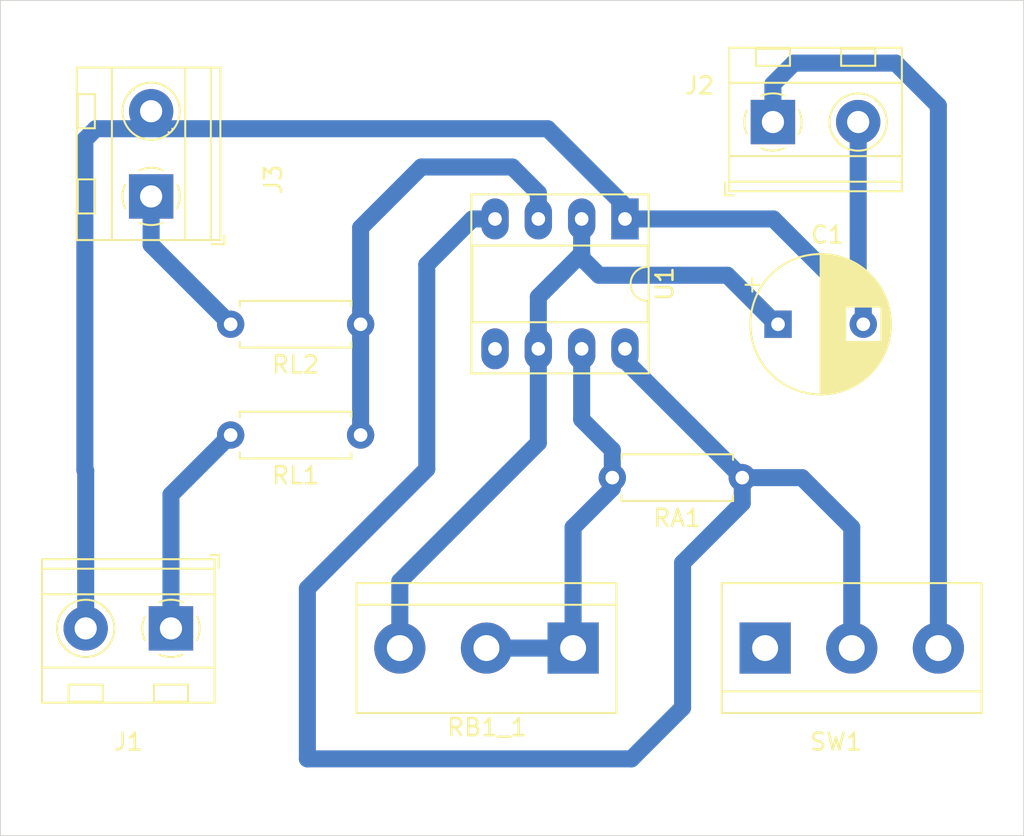
<source format=kicad_pcb>
(kicad_pcb (version 20240108) (generator "pcbnew") (generator_version "8.0")
  (layers (0 "F.Cu" signal) (31 "B.Cu" signal) (34 "B.Paste" user) (35 "F.Paste" user) (36 "B.SilkS" user "B.Silkscreen") (37 "F.SilkS" user "F.Silkscreen") (38 "B.Mask" user) (39 "F.Mask" user) (44 "Edge.Cuts" user))
  (net 0 "")
  (net 1 "GND")
  (net 2 "PATTE6")
  (net 3 "Net-(J1-Pin_1)")
  (net 4 "Net-(J2-Pin_1)")
  (net 5 "Net-(J3-Pin_1)")
  (net 6 "VCC")
  (net 7 "Net-(U1-DIS)")
  (net 8 "Net-(U1-Q)")
  (footprint "Resistor_THT:R_Axial_DIN0207_L6.3mm_D2.5mm_P7.62mm_Horizontal" (layer "F.Cu") (at 71.62 42.5 180)
    (property "Reference" "RL2" (at 3.81 -2.37 0) (layer "F.SilkS"))
    (property "Value" "100")
    (fp_line (start 7.08 1.37) (end 7.08 1.04) (stroke (width 0.12)) (layer "F.SilkS"))
    (fp_line (start 7.08 -1.37) (end 7.08 -1.04) (stroke (width 0.12)) (layer "F.SilkS"))
    (fp_line (start 0.54 1.37) (end 7.08 1.37) (stroke (width 0.12)) (layer "F.SilkS"))
    (fp_line (start 0.54 1.04) (end 0.54 1.37) (stroke (width 0.12)) (layer "F.SilkS"))
    (fp_line (start 0.54 -1.04) (end 0.54 -1.37) (stroke (width 0.12)) (layer "F.SilkS"))
    (fp_line (start 0.54 -1.37) (end 7.08 -1.37) (stroke (width 0.12)) (layer "F.SilkS"))
    (pad "1" thru_hole circle (at 0 0 180) (size 1.6 1.6) (drill 0.8) (layers "*.Cu" "*.Mask" "In1.Cu" "In2.Cu" "In3.Cu" "In4.Cu" "In5.Cu" "In6.Cu" "In7.Cu" "In8.Cu" "In9.Cu" "In10.Cu" "In11.Cu" "In12.Cu" "In13.Cu" "In14.Cu" "In15.Cu" "In16.Cu" "In17.Cu" "In18.Cu" "In19.Cu" "In20.Cu" "In21.Cu" "In22.Cu" "In23.Cu" "In24.Cu" "In25.Cu" "In26.Cu" "In27.Cu" "In28.Cu" "In29.Cu" "In30.Cu") (net 8 "Net-(U1-Q)"))
    (pad "2" thru_hole oval (at 7.62 0 180) (size 1.6 1.6) (drill 0.8) (layers "*.Cu" "*.Mask" "In1.Cu" "In2.Cu" "In3.Cu" "In4.Cu" "In5.Cu" "In6.Cu" "In7.Cu" "In8.Cu" "In9.Cu" "In10.Cu" "In11.Cu" "In12.Cu" "In13.Cu" "In14.Cu" "In15.Cu" "In16.Cu" "In17.Cu" "In18.Cu" "In19.Cu" "In20.Cu" "In21.Cu" "In22.Cu" "In23.Cu" "In24.Cu" "In25.Cu" "In26.Cu" "In27.Cu" "In28.Cu" "In29.Cu" "In30.Cu") (net 5 "Net-(J3-Pin_1)"))
  )
  (footprint "TerminalBlock:TerminalBlock_bornier-3_P5.08mm" (layer "F.Cu") (at 84.08 61.5 180)
    (property "Reference" "RB1_1" (at 5.05 -4.65 0) (layer "F.SilkS"))
    (property "Value" "10k")
    (fp_line (start 12.7 3.81) (end 12.7 -3.81) (stroke (width 0.12)) (layer "F.SilkS"))
    (fp_line (start -2.54 3.81) (end 12.7 3.81) (stroke (width 0.12)) (layer "F.SilkS"))
    (fp_line (start -2.54 3.81) (end -2.54 -3.81) (stroke (width 0.12)) (layer "F.SilkS"))
    (fp_line (start -2.54 2.54) (end 12.7 2.54) (stroke (width 0.12)) (layer "F.SilkS"))
    (fp_line (start -2.54 -3.81) (end 12.7 -3.81) (stroke (width 0.12)) (layer "F.SilkS"))
    (pad "1" thru_hole rect (at 0 0 180) (size 3 3) (drill 1.52) (layers "*.Cu" "*.Mask" "In1.Cu" "In2.Cu" "In3.Cu" "In4.Cu" "In5.Cu" "In6.Cu" "In7.Cu" "In8.Cu" "In9.Cu" "In10.Cu" "In11.Cu" "In12.Cu" "In13.Cu" "In14.Cu" "In15.Cu" "In16.Cu" "In17.Cu" "In18.Cu" "In19.Cu" "In20.Cu" "In21.Cu" "In22.Cu" "In23.Cu" "In24.Cu" "In25.Cu" "In26.Cu" "In27.Cu" "In28.Cu" "In29.Cu" "In30.Cu") (net 7 "Net-(U1-DIS)"))
    (pad "2" thru_hole circle (at 5.08 0 180) (size 3 3) (drill 1.52) (layers "*.Cu" "*.Mask" "In1.Cu" "In2.Cu" "In3.Cu" "In4.Cu" "In5.Cu" "In6.Cu" "In7.Cu" "In8.Cu" "In9.Cu" "In10.Cu" "In11.Cu" "In12.Cu" "In13.Cu" "In14.Cu" "In15.Cu" "In16.Cu" "In17.Cu" "In18.Cu" "In19.Cu" "In20.Cu" "In21.Cu" "In22.Cu" "In23.Cu" "In24.Cu" "In25.Cu" "In26.Cu" "In27.Cu" "In28.Cu" "In29.Cu" "In30.Cu") (net 7 "Net-(U1-DIS)"))
    (pad "3" thru_hole circle (at 10.16 0 180) (size 3 3) (drill 1.52) (layers "*.Cu" "*.Mask" "In1.Cu" "In2.Cu" "In3.Cu" "In4.Cu" "In5.Cu" "In6.Cu" "In7.Cu" "In8.Cu" "In9.Cu" "In10.Cu" "In11.Cu" "In12.Cu" "In13.Cu" "In14.Cu" "In15.Cu" "In16.Cu" "In17.Cu" "In18.Cu" "In19.Cu" "In20.Cu" "In21.Cu" "In22.Cu" "In23.Cu" "In24.Cu" "In25.Cu" "In26.Cu" "In27.Cu" "In28.Cu" "In29.Cu" "In30.Cu") (net 2 "PATTE6"))
  )
  (footprint "TerminalBlock_MetzConnect:TerminalBlock_MetzConnect_Type094_RT03502HBLU_1x02_P5.00mm_Horizontal" (layer "F.Cu") (at 95.798 30.635)
    (property "Reference" "J2" (at -4.298 -2.135 0) (layer "F.SilkS"))
    (property "Value" "SOURCE")
    (fp_line (start -2.8 3.56) (end -2.8 4.3) (stroke (width 0.12)) (layer "F.SilkS"))
    (fp_line (start -2.8 4.3) (end -2.3 4.3) (stroke (width 0.12)) (layer "F.SilkS"))
    (fp_line (start -2.56 -4.36) (end -2.56 4.06) (stroke (width 0.12)) (layer "F.SilkS"))
    (fp_line (start -2.56 -4.36) (end 7.56 -4.36) (stroke (width 0.12)) (layer "F.SilkS"))
    (fp_line (start -2.56 -2.301) (end 7.56 -2.301) (stroke (width 0.12)) (layer "F.SilkS"))
    (fp_line (start -2.56 2) (end 7.56 2) (stroke (width 0.12)) (layer "F.SilkS"))
    (fp_line (start -2.56 3.5) (end 7.56 3.5) (stroke (width 0.12)) (layer "F.SilkS"))
    (fp_line (start -2.56 4.06) (end 7.56 4.06) (stroke (width 0.12)) (layer "F.SilkS"))
    (fp_line (start -1 -4.3) (end -1 -3.3) (stroke (width 0.12)) (layer "F.SilkS"))
    (fp_line (start -1 -4.3) (end 1 -4.3) (stroke (width 0.12)) (layer "F.SilkS"))
    (fp_line (start -1 -3.3) (end 1 -3.3) (stroke (width 0.12)) (layer "F.SilkS"))
    (fp_line (start 1 -4.3) (end 1 -3.3) (stroke (width 0.12)) (layer "F.SilkS"))
    (fp_line (start 3.773 1.023) (end 3.726 1.069) (stroke (width 0.12)) (layer "F.SilkS"))
    (fp_line (start 3.966 1.239) (end 3.931 1.274) (stroke (width 0.12)) (layer "F.SilkS"))
    (fp_line (start 4 -4.3) (end 4 -3.3) (stroke (width 0.12)) (layer "F.SilkS"))
    (fp_line (start 4 -4.3) (end 6 -4.3) (stroke (width 0.12)) (layer "F.SilkS"))
    (fp_line (start 4 -3.3) (end 6 -3.3) (stroke (width 0.12)) (layer "F.SilkS"))
    (fp_line (start 6 -4.3) (end 6 -3.3) (stroke (width 0.12)) (layer "F.SilkS"))
    (fp_line (start 6.07 -1.275) (end 6.035 -1.239) (stroke (width 0.12)) (layer "F.SilkS"))
    (fp_line (start 6.275 -1.069) (end 6.228 -1.023) (stroke (width 0.12)) (layer "F.SilkS"))
    (fp_line (start 7.56 -4.36) (end 7.56 4.06) (stroke (width 0.12)) (layer "F.SilkS"))
    (fp_arc (start -1.535427 0.683042) (mid -1.680501 -0.000524) (end -1.535 -0.684) (stroke (width 0.12)) (layer "F.SilkS"))
    (fp_arc (start -0.683042 -1.535427) (mid 0.000524 -1.680501) (end 0.684 -1.535) (stroke (width 0.12)) (layer "F.SilkS"))
    (fp_arc (start 0.028805 1.680253) (mid -0.335551 1.646659) (end -0.684 1.535) (stroke (width 0.12)) (layer "F.SilkS"))
    (fp_arc (start 0.683318 1.534756) (mid 0.349292 1.643288) (end 0 1.68) (stroke (width 0.12)) (layer "F.SilkS"))
    (fp_arc (start 1.535427 -0.683042) (mid 1.680501 0.000524) (end 1.535 0.684) (stroke (width 0.12)) (layer "F.SilkS"))
    (fp_circle (center 5 0) (end 6.68 0) (stroke (width 0.12)) (fill none) (layer "F.SilkS"))
    (pad "1" thru_hole rect (at 0 0) (size 2.6 2.6) (drill 1.3) (layers "*.Cu" "*.Mask" "In1.Cu" "In2.Cu" "In3.Cu" "In4.Cu" "In5.Cu" "In6.Cu" "In7.Cu" "In8.Cu" "In9.Cu" "In10.Cu" "In11.Cu" "In12.Cu" "In13.Cu" "In14.Cu" "In15.Cu" "In16.Cu" "In17.Cu" "In18.Cu" "In19.Cu" "In20.Cu" "In21.Cu" "In22.Cu" "In23.Cu" "In24.Cu" "In25.Cu" "In26.Cu" "In27.Cu" "In28.Cu" "In29.Cu" "In30.Cu") (net 4 "Net-(J2-Pin_1)"))
    (pad "2" thru_hole circle (at 5 0) (size 2.6 2.6) (drill 1.3) (layers "*.Cu" "*.Mask" "In1.Cu" "In2.Cu" "In3.Cu" "In4.Cu" "In5.Cu" "In6.Cu" "In7.Cu" "In8.Cu" "In9.Cu" "In10.Cu" "In11.Cu" "In12.Cu" "In13.Cu" "In14.Cu" "In15.Cu" "In16.Cu" "In17.Cu" "In18.Cu" "In19.Cu" "In20.Cu" "In21.Cu" "In22.Cu" "In23.Cu" "In24.Cu" "In25.Cu" "In26.Cu" "In27.Cu" "In28.Cu" "In29.Cu" "In30.Cu") (net 1 "GND"))
  )
  (footprint "TerminalBlock_MetzConnect:TerminalBlock_MetzConnect_Type094_RT03502HBLU_1x02_P5.00mm_Horizontal" (layer "F.Cu") (at 59.337 35 90)
    (property "Reference" "J3" (at 1 7.163 90) (layer "F.SilkS"))
    (property "Value" "OUT_LED1")
    (fp_line (start 7.56 -4.36) (end 7.56 4.06) (stroke (width 0.12)) (layer "F.SilkS"))
    (fp_line (start -2.56 -4.36) (end 7.56 -4.36) (stroke (width 0.12)) (layer "F.SilkS"))
    (fp_line (start -2.56 -4.36) (end -2.56 4.06) (stroke (width 0.12)) (layer "F.SilkS"))
    (fp_line (start 6 -4.3) (end 6 -3.3) (stroke (width 0.12)) (layer "F.SilkS"))
    (fp_line (start 4 -4.3) (end 6 -4.3) (stroke (width 0.12)) (layer "F.SilkS"))
    (fp_line (start 4 -4.3) (end 4 -3.3) (stroke (width 0.12)) (layer "F.SilkS"))
    (fp_line (start 1 -4.3) (end 1 -3.3) (stroke (width 0.12)) (layer "F.SilkS"))
    (fp_line (start -1 -4.3) (end 1 -4.3) (stroke (width 0.12)) (layer "F.SilkS"))
    (fp_line (start -1 -4.3) (end -1 -3.3) (stroke (width 0.12)) (layer "F.SilkS"))
    (fp_line (start 4 -3.3) (end 6 -3.3) (stroke (width 0.12)) (layer "F.SilkS"))
    (fp_line (start -1 -3.3) (end 1 -3.3) (stroke (width 0.12)) (layer "F.SilkS"))
    (fp_line (start -2.56 -2.301) (end 7.56 -2.301) (stroke (width 0.12)) (layer "F.SilkS"))
    (fp_line (start 6.07 -1.275) (end 6.035 -1.239) (stroke (width 0.12)) (layer "F.SilkS"))
    (fp_line (start 6.275 -1.069) (end 6.228 -1.023) (stroke (width 0.12)) (layer "F.SilkS"))
    (fp_line (start 3.773 1.023) (end 3.726 1.069) (stroke (width 0.12)) (layer "F.SilkS"))
    (fp_line (start 3.966 1.239) (end 3.931 1.274) (stroke (width 0.12)) (layer "F.SilkS"))
    (fp_line (start -2.56 2) (end 7.56 2) (stroke (width 0.12)) (layer "F.SilkS"))
    (fp_line (start -2.56 3.5) (end 7.56 3.5) (stroke (width 0.12)) (layer "F.SilkS"))
    (fp_line (start -2.8 3.56) (end -2.8 4.3) (stroke (width 0.12)) (layer "F.SilkS"))
    (fp_line (start -2.56 4.06) (end 7.56 4.06) (stroke (width 0.12)) (layer "F.SilkS"))
    (fp_line (start -2.8 4.3) (end -2.3 4.3) (stroke (width 0.12)) (layer "F.SilkS"))
    (fp_arc (start -0.683042 -1.535427) (mid 0.000524 -1.680501) (end 0.684 -1.535) (stroke (width 0.12)) (layer "F.SilkS"))
    (fp_arc (start 1.535427 -0.683042) (mid 1.680501 0.000524) (end 1.535 0.684) (stroke (width 0.12)) (layer "F.SilkS"))
    (fp_arc (start -1.535427 0.683042) (mid -1.680501 -0.000524) (end -1.535 -0.684) (stroke (width 0.12)) (layer "F.SilkS"))
    (fp_arc (start 0.683318 1.534756) (mid 0.349292 1.643288) (end 0 1.68) (stroke (width 0.12)) (layer "F.SilkS"))
    (fp_arc (start 0.028805 1.680253) (mid -0.335551 1.646659) (end -0.684 1.535) (stroke (width 0.12)) (layer "F.SilkS"))
    (fp_circle (center 5 0) (end 6.68 0) (stroke (width 0.12)) (fill none) (layer "F.SilkS"))
    (pad "1" thru_hole rect (at 0 0 90) (size 2.6 2.6) (drill 1.3) (layers "*.Cu" "*.Mask" "In1.Cu" "In2.Cu" "In3.Cu" "In4.Cu" "In5.Cu" "In6.Cu" "In7.Cu" "In8.Cu" "In9.Cu" "In10.Cu" "In11.Cu" "In12.Cu" "In13.Cu" "In14.Cu" "In15.Cu" "In16.Cu" "In17.Cu" "In18.Cu" "In19.Cu" "In20.Cu" "In21.Cu" "In22.Cu" "In23.Cu" "In24.Cu" "In25.Cu" "In26.Cu" "In27.Cu" "In28.Cu" "In29.Cu" "In30.Cu") (net 5 "Net-(J3-Pin_1)"))
    (pad "2" thru_hole circle (at 5 0 90) (size 2.6 2.6) (drill 1.3) (layers "*.Cu" "*.Mask" "In1.Cu" "In2.Cu" "In3.Cu" "In4.Cu" "In5.Cu" "In6.Cu" "In7.Cu" "In8.Cu" "In9.Cu" "In10.Cu" "In11.Cu" "In12.Cu" "In13.Cu" "In14.Cu" "In15.Cu" "In16.Cu" "In17.Cu" "In18.Cu" "In19.Cu" "In20.Cu" "In21.Cu" "In22.Cu" "In23.Cu" "In24.Cu" "In25.Cu" "In26.Cu" "In27.Cu" "In28.Cu" "In29.Cu" "In30.Cu") (net 1 "GND"))
  )
  (footprint "Resistor_THT:R_Axial_DIN0207_L6.3mm_D2.5mm_P7.62mm_Horizontal" (layer "F.Cu") (at 94 51.5 180)
    (property "Reference" "RA1" (at 3.81 -2.37 0) (layer "F.SilkS"))
    (property "Value" "10k" (hide yes))
    (fp_line (start 7.08 1.37) (end 7.08 1.04) (stroke (width 0.12)) (layer "F.SilkS"))
    (fp_line (start 7.08 -1.37) (end 7.08 -1.04) (stroke (width 0.12)) (layer "F.SilkS"))
    (fp_line (start 0.54 1.37) (end 7.08 1.37) (stroke (width 0.12)) (layer "F.SilkS"))
    (fp_line (start 0.54 1.04) (end 0.54 1.37) (stroke (width 0.12)) (layer "F.SilkS"))
    (fp_line (start 0.54 -1.04) (end 0.54 -1.37) (stroke (width 0.12)) (layer "F.SilkS"))
    (fp_line (start 0.54 -1.37) (end 7.08 -1.37) (stroke (width 0.12)) (layer "F.SilkS"))
    (pad "1" thru_hole circle (at 0 0 180) (size 1.6 1.6) (drill 0.8) (layers "*.Cu" "*.Mask" "In1.Cu" "In2.Cu" "In3.Cu" "In4.Cu" "In5.Cu" "In6.Cu" "In7.Cu" "In8.Cu" "In9.Cu" "In10.Cu" "In11.Cu" "In12.Cu" "In13.Cu" "In14.Cu" "In15.Cu" "In16.Cu" "In17.Cu" "In18.Cu" "In19.Cu" "In20.Cu" "In21.Cu" "In22.Cu" "In23.Cu" "In24.Cu" "In25.Cu" "In26.Cu" "In27.Cu" "In28.Cu" "In29.Cu" "In30.Cu") (net 6 "VCC"))
    (pad "2" thru_hole oval (at 7.62 0 180) (size 1.6 1.6) (drill 0.8) (layers "*.Cu" "*.Mask" "In1.Cu" "In2.Cu" "In3.Cu" "In4.Cu" "In5.Cu" "In6.Cu" "In7.Cu" "In8.Cu" "In9.Cu" "In10.Cu" "In11.Cu" "In12.Cu" "In13.Cu" "In14.Cu" "In15.Cu" "In16.Cu" "In17.Cu" "In18.Cu" "In19.Cu" "In20.Cu" "In21.Cu" "In22.Cu" "In23.Cu" "In24.Cu" "In25.Cu" "In26.Cu" "In27.Cu" "In28.Cu" "In29.Cu" "In30.Cu") (net 7 "Net-(U1-DIS)"))
  )
  (footprint "Resistor_THT:R_Axial_DIN0207_L6.3mm_D2.5mm_P7.62mm_Horizontal" (layer "F.Cu") (at 71.62 49 180)
    (property "Reference" "RL1" (at 3.81 -2.37 0) (layer "F.SilkS"))
    (property "Value" "100")
    (fp_line (start 7.08 1.37) (end 7.08 1.04) (stroke (width 0.12)) (layer "F.SilkS"))
    (fp_line (start 7.08 -1.37) (end 7.08 -1.04) (stroke (width 0.12)) (layer "F.SilkS"))
    (fp_line (start 0.54 1.37) (end 7.08 1.37) (stroke (width 0.12)) (layer "F.SilkS"))
    (fp_line (start 0.54 1.04) (end 0.54 1.37) (stroke (width 0.12)) (layer "F.SilkS"))
    (fp_line (start 0.54 -1.04) (end 0.54 -1.37) (stroke (width 0.12)) (layer "F.SilkS"))
    (fp_line (start 0.54 -1.37) (end 7.08 -1.37) (stroke (width 0.12)) (layer "F.SilkS"))
    (pad "1" thru_hole circle (at 0 0 180) (size 1.6 1.6) (drill 0.8) (layers "*.Cu" "*.Mask" "In1.Cu" "In2.Cu" "In3.Cu" "In4.Cu" "In5.Cu" "In6.Cu" "In7.Cu" "In8.Cu" "In9.Cu" "In10.Cu" "In11.Cu" "In12.Cu" "In13.Cu" "In14.Cu" "In15.Cu" "In16.Cu" "In17.Cu" "In18.Cu" "In19.Cu" "In20.Cu" "In21.Cu" "In22.Cu" "In23.Cu" "In24.Cu" "In25.Cu" "In26.Cu" "In27.Cu" "In28.Cu" "In29.Cu" "In30.Cu") (net 8 "Net-(U1-Q)"))
    (pad "2" thru_hole oval (at 7.62 0 180) (size 1.6 1.6) (drill 0.8) (layers "*.Cu" "*.Mask" "In1.Cu" "In2.Cu" "In3.Cu" "In4.Cu" "In5.Cu" "In6.Cu" "In7.Cu" "In8.Cu" "In9.Cu" "In10.Cu" "In11.Cu" "In12.Cu" "In13.Cu" "In14.Cu" "In15.Cu" "In16.Cu" "In17.Cu" "In18.Cu" "In19.Cu" "In20.Cu" "In21.Cu" "In22.Cu" "In23.Cu" "In24.Cu" "In25.Cu" "In26.Cu" "In27.Cu" "In28.Cu" "In29.Cu" "In30.Cu") (net 3 "Net-(J1-Pin_1)"))
  )
  (footprint "TerminalBlock_MetzConnect:TerminalBlock_MetzConnect_Type094_RT03502HBLU_1x02_P5.00mm_Horizontal" (layer "F.Cu") (at 60.5 60.345 180)
    (property "Reference" "J1" (at 2.5 -6.655 0) (layer "F.SilkS"))
    (property "Value" "OUT_LED2")
    (fp_line (start 7.56 -4.36) (end 7.56 4.06) (stroke (width 0.12)) (layer "F.SilkS"))
    (fp_line (start 6.275 -1.069) (end 6.228 -1.023) (stroke (width 0.12)) (layer "F.SilkS"))
    (fp_line (start 6.07 -1.275) (end 6.035 -1.239) (stroke (width 0.12)) (layer "F.SilkS"))
    (fp_line (start 6 -4.3) (end 6 -3.3) (stroke (width 0.12)) (layer "F.SilkS"))
    (fp_line (start 4 -3.3) (end 6 -3.3) (stroke (width 0.12)) (layer "F.SilkS"))
    (fp_line (start 4 -4.3) (end 6 -4.3) (stroke (width 0.12)) (layer "F.SilkS"))
    (fp_line (start 4 -4.3) (end 4 -3.3) (stroke (width 0.12)) (layer "F.SilkS"))
    (fp_line (start 3.966 1.239) (end 3.931 1.274) (stroke (width 0.12)) (layer "F.SilkS"))
    (fp_line (start 3.773 1.023) (end 3.726 1.069) (stroke (width 0.12)) (layer "F.SilkS"))
    (fp_line (start 1 -4.3) (end 1 -3.3) (stroke (width 0.12)) (layer "F.SilkS"))
    (fp_line (start -1 -3.3) (end 1 -3.3) (stroke (width 0.12)) (layer "F.SilkS"))
    (fp_line (start -1 -4.3) (end 1 -4.3) (stroke (width 0.12)) (layer "F.SilkS"))
    (fp_line (start -1 -4.3) (end -1 -3.3) (stroke (width 0.12)) (layer "F.SilkS"))
    (fp_line (start -2.56 4.06) (end 7.56 4.06) (stroke (width 0.12)) (layer "F.SilkS"))
    (fp_line (start -2.56 3.5) (end 7.56 3.5) (stroke (width 0.12)) (layer "F.SilkS"))
    (fp_line (start -2.56 2) (end 7.56 2) (stroke (width 0.12)) (layer "F.SilkS"))
    (fp_line (start -2.56 -2.301) (end 7.56 -2.301) (stroke (width 0.12)) (layer "F.SilkS"))
    (fp_line (start -2.56 -4.36) (end 7.56 -4.36) (stroke (width 0.12)) (layer "F.SilkS"))
    (fp_line (start -2.56 -4.36) (end -2.56 4.06) (stroke (width 0.12)) (layer "F.SilkS"))
    (fp_line (start -2.8 4.3) (end -2.3 4.3) (stroke (width 0.12)) (layer "F.SilkS"))
    (fp_line (start -2.8 3.56) (end -2.8 4.3) (stroke (width 0.12)) (layer "F.SilkS"))
    (fp_arc (start 1.535427 -0.683042) (mid 1.680501 0.000524) (end 1.535 0.684) (stroke (width 0.12)) (layer "F.SilkS"))
    (fp_arc (start 0.683318 1.534756) (mid 0.349292 1.643288) (end 0 1.68) (stroke (width 0.12)) (layer "F.SilkS"))
    (fp_arc (start 0.028805 1.680253) (mid -0.335551 1.646659) (end -0.684 1.535) (stroke (width 0.12)) (layer "F.SilkS"))
    (fp_arc (start -0.683042 -1.535427) (mid 0.000524 -1.680501) (end 0.684 -1.535) (stroke (width 0.12)) (layer "F.SilkS"))
    (fp_arc (start -1.535427 0.683042) (mid -1.680501 -0.000524) (end -1.535 -0.684) (stroke (width 0.12)) (layer "F.SilkS"))
    (fp_circle (center 5 0) (end 6.68 0) (stroke (width 0.12)) (fill none) (layer "F.SilkS"))
    (pad "1" thru_hole rect (at 0 0 180) (size 2.6 2.6) (drill 1.3) (layers "*.Cu" "*.Mask" "In1.Cu" "In2.Cu" "In3.Cu" "In4.Cu" "In5.Cu" "In6.Cu" "In7.Cu" "In8.Cu" "In9.Cu" "In10.Cu" "In11.Cu" "In12.Cu" "In13.Cu" "In14.Cu" "In15.Cu" "In16.Cu" "In17.Cu" "In18.Cu" "In19.Cu" "In20.Cu" "In21.Cu" "In22.Cu" "In23.Cu" "In24.Cu" "In25.Cu" "In26.Cu" "In27.Cu" "In28.Cu" "In29.Cu" "In30.Cu") (net 3 "Net-(J1-Pin_1)"))
    (pad "2" thru_hole circle (at 5 0 180) (size 2.6 2.6) (drill 1.3) (layers "*.Cu" "*.Mask" "In1.Cu" "In2.Cu" "In3.Cu" "In4.Cu" "In5.Cu" "In6.Cu" "In7.Cu" "In8.Cu" "In9.Cu" "In10.Cu" "In11.Cu" "In12.Cu" "In13.Cu" "In14.Cu" "In15.Cu" "In16.Cu" "In17.Cu" "In18.Cu" "In19.Cu" "In20.Cu" "In21.Cu" "In22.Cu" "In23.Cu" "In24.Cu" "In25.Cu" "In26.Cu" "In27.Cu" "In28.Cu" "In29.Cu" "In30.Cu") (net 1 "GND"))
  )
  (footprint "Package_DIP:DIP-8_W7.62mm_Socket_LongPads" (layer "F.Cu") (at 87.122 36.322 -90)
    (property "Reference" "U1" (at 3.81 -2.33 90) (layer "F.SilkS"))
    (property "Value" "LM555xM")
    (fp_line (start -1.44 9.01) (end 9.06 9.01) (stroke (width 0.12)) (layer "F.SilkS"))
    (fp_line (start 9.06 9.01) (end 9.06 -1.39) (stroke (width 0.12)) (layer "F.SilkS"))
    (fp_line (start 1.56 8.95) (end 6.06 8.95) (stroke (width 0.12)) (layer "F.SilkS"))
    (fp_line (start 6.06 8.95) (end 6.06 -1.33) (stroke (width 0.12)) (layer "F.SilkS"))
    (fp_line (start 1.56 -1.33) (end 1.56 8.95) (stroke (width 0.12)) (layer "F.SilkS"))
    (fp_line (start 2.81 -1.33) (end 1.56 -1.33) (stroke (width 0.12)) (layer "F.SilkS"))
    (fp_line (start 6.06 -1.33) (end 4.81 -1.33) (stroke (width 0.12)) (layer "F.SilkS"))
    (fp_line (start -1.44 -1.39) (end -1.44 9.01) (stroke (width 0.12)) (layer "F.SilkS"))
    (fp_line (start 9.06 -1.39) (end -1.44 -1.39) (stroke (width 0.12)) (layer "F.SilkS"))
    (fp_arc (start 4.81 -1.33) (mid 3.81 -0.33) (end 2.81 -1.33) (stroke (width 0.12)) (layer "F.SilkS"))
    (pad "1" thru_hole rect (at 0 0 270) (size 2.4 1.6) (drill 0.8) (layers "*.Cu" "*.Mask" "In1.Cu" "In2.Cu" "In3.Cu" "In4.Cu" "In5.Cu" "In6.Cu" "In7.Cu" "In8.Cu" "In9.Cu" "In10.Cu" "In11.Cu" "In12.Cu" "In13.Cu" "In14.Cu" "In15.Cu" "In16.Cu" "In17.Cu" "In18.Cu" "In19.Cu" "In20.Cu" "In21.Cu" "In22.Cu" "In23.Cu" "In24.Cu" "In25.Cu" "In26.Cu" "In27.Cu" "In28.Cu" "In29.Cu" "In30.Cu") (net 1 "GND"))
    (pad "2" thru_hole oval (at 0 2.54 270) (size 2.4 1.6) (drill 0.8) (layers "*.Cu" "*.Mask" "In1.Cu" "In2.Cu" "In3.Cu" "In4.Cu" "In5.Cu" "In6.Cu" "In7.Cu" "In8.Cu" "In9.Cu" "In10.Cu" "In11.Cu" "In12.Cu" "In13.Cu" "In14.Cu" "In15.Cu" "In16.Cu" "In17.Cu" "In18.Cu" "In19.Cu" "In20.Cu" "In21.Cu" "In22.Cu" "In23.Cu" "In24.Cu" "In25.Cu" "In26.Cu" "In27.Cu" "In28.Cu" "In29.Cu" "In30.Cu") (net 2 "PATTE6"))
    (pad "3" thru_hole oval (at 0 5.08 270) (size 2.4 1.6) (drill 0.8) (layers "*.Cu" "*.Mask" "In1.Cu" "In2.Cu" "In3.Cu" "In4.Cu" "In5.Cu" "In6.Cu" "In7.Cu" "In8.Cu" "In9.Cu" "In10.Cu" "In11.Cu" "In12.Cu" "In13.Cu" "In14.Cu" "In15.Cu" "In16.Cu" "In17.Cu" "In18.Cu" "In19.Cu" "In20.Cu" "In21.Cu" "In22.Cu" "In23.Cu" "In24.Cu" "In25.Cu" "In26.Cu" "In27.Cu" "In28.Cu" "In29.Cu" "In30.Cu") (net 8 "Net-(U1-Q)"))
    (pad "4" thru_hole oval (at 0 7.62 270) (size 2.4 1.6) (drill 0.8) (layers "*.Cu" "*.Mask" "In1.Cu" "In2.Cu" "In3.Cu" "In4.Cu" "In5.Cu" "In6.Cu" "In7.Cu" "In8.Cu" "In9.Cu" "In10.Cu" "In11.Cu" "In12.Cu" "In13.Cu" "In14.Cu" "In15.Cu" "In16.Cu" "In17.Cu" "In18.Cu" "In19.Cu" "In20.Cu" "In21.Cu" "In22.Cu" "In23.Cu" "In24.Cu" "In25.Cu" "In26.Cu" "In27.Cu" "In28.Cu" "In29.Cu" "In30.Cu") (net 6 "VCC"))
    (pad "5" thru_hole oval (at 7.62 7.62 270) (size 2.4 1.6) (drill 0.8) (layers "*.Cu" "*.Mask" "In1.Cu" "In2.Cu" "In3.Cu" "In4.Cu" "In5.Cu" "In6.Cu" "In7.Cu" "In8.Cu" "In9.Cu" "In10.Cu" "In11.Cu" "In12.Cu" "In13.Cu" "In14.Cu" "In15.Cu" "In16.Cu" "In17.Cu" "In18.Cu" "In19.Cu" "In20.Cu" "In21.Cu" "In22.Cu" "In23.Cu" "In24.Cu" "In25.Cu" "In26.Cu" "In27.Cu" "In28.Cu" "In29.Cu" "In30.Cu"))
    (pad "6" thru_hole oval (at 7.62 5.08 270) (size 2.4 1.6) (drill 0.8) (layers "*.Cu" "*.Mask" "In1.Cu" "In2.Cu" "In3.Cu" "In4.Cu" "In5.Cu" "In6.Cu" "In7.Cu" "In8.Cu" "In9.Cu" "In10.Cu" "In11.Cu" "In12.Cu" "In13.Cu" "In14.Cu" "In15.Cu" "In16.Cu" "In17.Cu" "In18.Cu" "In19.Cu" "In20.Cu" "In21.Cu" "In22.Cu" "In23.Cu" "In24.Cu" "In25.Cu" "In26.Cu" "In27.Cu" "In28.Cu" "In29.Cu" "In30.Cu") (net 2 "PATTE6"))
    (pad "7" thru_hole oval (at 7.62 2.54 270) (size 2.4 1.6) (drill 0.8) (layers "*.Cu" "*.Mask" "In1.Cu" "In2.Cu" "In3.Cu" "In4.Cu" "In5.Cu" "In6.Cu" "In7.Cu" "In8.Cu" "In9.Cu" "In10.Cu" "In11.Cu" "In12.Cu" "In13.Cu" "In14.Cu" "In15.Cu" "In16.Cu" "In17.Cu" "In18.Cu" "In19.Cu" "In20.Cu" "In21.Cu" "In22.Cu" "In23.Cu" "In24.Cu" "In25.Cu" "In26.Cu" "In27.Cu" "In28.Cu" "In29.Cu" "In30.Cu") (net 7 "Net-(U1-DIS)"))
    (pad "8" thru_hole oval (at 7.62 0 270) (size 2.4 1.6) (drill 0.8) (layers "*.Cu" "*.Mask" "In1.Cu" "In2.Cu" "In3.Cu" "In4.Cu" "In5.Cu" "In6.Cu" "In7.Cu" "In8.Cu" "In9.Cu" "In10.Cu" "In11.Cu" "In12.Cu" "In13.Cu" "In14.Cu" "In15.Cu" "In16.Cu" "In17.Cu" "In18.Cu" "In19.Cu" "In20.Cu" "In21.Cu" "In22.Cu" "In23.Cu" "In24.Cu" "In25.Cu" "In26.Cu" "In27.Cu" "In28.Cu" "In29.Cu" "In30.Cu") (net 6 "VCC"))
  )
  (footprint "TerminalBlock:TerminalBlock_bornier-3_P5.08mm" (layer "F.Cu") (at 95.34 61.5)
    (property "Reference" "SW1" (at 4.16 5.5 0) (layer "F.SilkS"))
    (property "Value" "SW_SWITCH" (hide yes))
    (fp_line (start -2.54 -3.81) (end 12.7 -3.81) (stroke (width 0.12)) (layer "F.SilkS"))
    (fp_line (start -2.54 2.54) (end 12.7 2.54) (stroke (width 0.12)) (layer "F.SilkS"))
    (fp_line (start -2.54 3.81) (end -2.54 -3.81) (stroke (width 0.12)) (layer "F.SilkS"))
    (fp_line (start -2.54 3.81) (end 12.7 3.81) (stroke (width 0.12)) (layer "F.SilkS"))
    (fp_line (start 12.7 3.81) (end 12.7 -3.81) (stroke (width 0.12)) (layer "F.SilkS"))
    (pad "1" thru_hole rect (at 0 0) (size 3 3) (drill 1.52) (layers "*.Cu" "*.Mask" "In1.Cu" "In2.Cu" "In3.Cu" "In4.Cu" "In5.Cu" "In6.Cu" "In7.Cu" "In8.Cu" "In9.Cu" "In10.Cu" "In11.Cu" "In12.Cu" "In13.Cu" "In14.Cu" "In15.Cu" "In16.Cu" "In17.Cu" "In18.Cu" "In19.Cu" "In20.Cu" "In21.Cu" "In22.Cu" "In23.Cu" "In24.Cu" "In25.Cu" "In26.Cu" "In27.Cu" "In28.Cu" "In29.Cu" "In30.Cu"))
    (pad "2" thru_hole circle (at 5.08 0) (size 3 3) (drill 1.52) (layers "*.Cu" "*.Mask" "In1.Cu" "In2.Cu" "In3.Cu" "In4.Cu" "In5.Cu" "In6.Cu" "In7.Cu" "In8.Cu" "In9.Cu" "In10.Cu" "In11.Cu" "In12.Cu" "In13.Cu" "In14.Cu" "In15.Cu" "In16.Cu" "In17.Cu" "In18.Cu" "In19.Cu" "In20.Cu" "In21.Cu" "In22.Cu" "In23.Cu" "In24.Cu" "In25.Cu" "In26.Cu" "In27.Cu" "In28.Cu" "In29.Cu" "In30.Cu") (net 6 "VCC"))
    (pad "3" thru_hole circle (at 10.16 0) (size 3 3) (drill 1.52) (layers "*.Cu" "*.Mask" "In1.Cu" "In2.Cu" "In3.Cu" "In4.Cu" "In5.Cu" "In6.Cu" "In7.Cu" "In8.Cu" "In9.Cu" "In10.Cu" "In11.Cu" "In12.Cu" "In13.Cu" "In14.Cu" "In15.Cu" "In16.Cu" "In17.Cu" "In18.Cu" "In19.Cu" "In20.Cu" "In21.Cu" "In22.Cu" "In23.Cu" "In24.Cu" "In25.Cu" "In26.Cu" "In27.Cu" "In28.Cu" "In29.Cu" "In30.Cu") (net 4 "Net-(J2-Pin_1)"))
  )
  (footprint "Capacitor_THT:CP_Radial_D8.0mm_P5.00mm" (layer "F.Cu") (at 96.097349 42.5)
    (property "Reference" "C1" (at 2.902651 -5.25 0) (layer "F.SilkS"))
    (property "Value" "100u")
    (fp_line (start -1.909698 -2.315) (end -1.109698 -2.315) (stroke (width 0.12)) (layer "F.SilkS"))
    (fp_line (start -1.509698 -2.715) (end -1.509698 -1.915) (stroke (width 0.12)) (layer "F.SilkS"))
    (fp_line (start 2.5 -4.08) (end 2.5 4.08) (stroke (width 0.12)) (layer "F.SilkS"))
    (fp_line (start 2.54 -4.08) (end 2.54 4.08) (stroke (width 0.12)) (layer "F.SilkS"))
    (fp_line (start 2.58 -4.08) (end 2.58 4.08) (stroke (width 0.12)) (layer "F.SilkS"))
    (fp_line (start 2.62 -4.079) (end 2.62 4.079) (stroke (width 0.12)) (layer "F.SilkS"))
    (fp_line (start 2.66 -4.077) (end 2.66 4.077) (stroke (width 0.12)) (layer "F.SilkS"))
    (fp_line (start 2.7 -4.076) (end 2.7 4.076) (stroke (width 0.12)) (layer "F.SilkS"))
    (fp_line (start 2.74 -4.074) (end 2.74 4.074) (stroke (width 0.12)) (layer "F.SilkS"))
    (fp_line (start 2.78 -4.071) (end 2.78 4.071) (stroke (width 0.12)) (layer "F.SilkS"))
    (fp_line (start 2.82 -4.068) (end 2.82 4.068) (stroke (width 0.12)) (layer "F.SilkS"))
    (fp_line (start 2.86 -4.065) (end 2.86 4.065) (stroke (width 0.12)) (layer "F.SilkS"))
    (fp_line (start 2.9 -4.061) (end 2.9 4.061) (stroke (width 0.12)) (layer "F.SilkS"))
    (fp_line (start 2.94 -4.057) (end 2.94 4.057) (stroke (width 0.12)) (layer "F.SilkS"))
    (fp_line (start 2.98 -4.052) (end 2.98 4.052) (stroke (width 0.12)) (layer "F.SilkS"))
    (fp_line (start 3.02 -4.048) (end 3.02 4.048) (stroke (width 0.12)) (layer "F.SilkS"))
    (fp_line (start 3.06 -4.042) (end 3.06 4.042) (stroke (width 0.12)) (layer "F.SilkS"))
    (fp_line (start 3.1 -4.037) (end 3.1 4.037) (stroke (width 0.12)) (layer "F.SilkS"))
    (fp_line (start 3.14 -4.03) (end 3.14 4.03) (stroke (width 0.12)) (layer "F.SilkS"))
    (fp_line (start 3.18 -4.024) (end 3.18 4.024) (stroke (width 0.12)) (layer "F.SilkS"))
    (fp_line (start 3.221 -4.017) (end 3.221 4.017) (stroke (width 0.12)) (layer "F.SilkS"))
    (fp_line (start 3.261 -4.01) (end 3.261 4.01) (stroke (width 0.12)) (layer "F.SilkS"))
    (fp_line (start 3.301 -4.002) (end 3.301 4.002) (stroke (width 0.12)) (layer "F.SilkS"))
    (fp_line (start 3.341 -3.994) (end 3.341 3.994) (stroke (width 0.12)) (layer "F.SilkS"))
    (fp_line (start 3.381 -3.985) (end 3.381 3.985) (stroke (width 0.12)) (layer "F.SilkS"))
    (fp_line (start 3.421 -3.976) (end 3.421 3.976) (stroke (width 0.12)) (layer "F.SilkS"))
    (fp_line (start 3.461 -3.967) (end 3.461 3.967) (stroke (width 0.12)) (layer "F.SilkS"))
    (fp_line (start 3.501 -3.957) (end 3.501 3.957) (stroke (width 0.12)) (layer "F.SilkS"))
    (fp_line (start 3.541 -3.947) (end 3.541 3.947) (stroke (width 0.12)) (layer "F.SilkS"))
    (fp_line (start 3.581 -3.936) (end 3.581 3.936) (stroke (width 0.12)) (layer "F.SilkS"))
    (fp_line (start 3.621 -3.925) (end 3.621 3.925) (stroke (width 0.12)) (layer "F.SilkS"))
    (fp_line (start 3.661 -3.914) (end 3.661 3.914) (stroke (width 0.12)) (layer "F.SilkS"))
    (fp_line (start 3.701 -3.902) (end 3.701 3.902) (stroke (width 0.12)) (layer "F.SilkS"))
    (fp_line (start 3.741 -3.889) (end 3.741 3.889) (stroke (width 0.12)) (layer "F.SilkS"))
    (fp_line (start 3.781 -3.877) (end 3.781 3.877) (stroke (width 0.12)) (layer "F.SilkS"))
    (fp_line (start 3.821 -3.863) (end 3.821 3.863) (stroke (width 0.12)) (layer "F.SilkS"))
    (fp_line (start 3.861 -3.85) (end 3.861 3.85) (stroke (width 0.12)) (layer "F.SilkS"))
    (fp_line (start 3.901 -3.835) (end 3.901 3.835) (stroke (width 0.12)) (layer "F.SilkS"))
    (fp_line (start 3.941 -3.821) (end 3.941 3.821) (stroke (width 0.12)) (layer "F.SilkS"))
    (fp_line (start 3.981 -3.805) (end 3.981 -1.04) (stroke (width 0.12)) (layer "F.SilkS"))
    (fp_line (start 3.981 1.04) (end 3.981 3.805) (stroke (width 0.12)) (layer "F.SilkS"))
    (fp_line (start 4.021 -3.79) (end 4.021 -1.04) (stroke (width 0.12)) (layer "F.SilkS"))
    (fp_line (start 4.021 1.04) (end 4.021 3.79) (stroke (width 0.12)) (layer "F.SilkS"))
    (fp_line (start 4.061 -3.774) (end 4.061 -1.04) (stroke (width 0.12)) (layer "F.SilkS"))
    (fp_line (start 4.061 1.04) (end 4.061 3.774) (stroke (width 0.12)) (layer "F.SilkS"))
    (fp_line (start 4.101 -3.757) (end 4.101 -1.04) (stroke (width 0.12)) (layer "F.SilkS"))
    (fp_line (start 4.101 1.04) (end 4.101 3.757) (stroke (width 0.12)) (layer "F.SilkS"))
    (fp_line (start 4.141 -3.74) (end 4.141 -1.04) (stroke (width 0.12)) (layer "F.SilkS"))
    (fp_line (start 4.141 1.04) (end 4.141 3.74) (stroke (width 0.12)) (layer "F.SilkS"))
    (fp_line (start 4.181 -3.722) (end 4.181 -1.04) (stroke (width 0.12)) (layer "F.SilkS"))
    (fp_line (start 4.181 1.04) (end 4.181 3.722) (stroke (width 0.12)) (layer "F.SilkS"))
    (fp_line (start 4.221 -3.704) (end 4.221 -1.04) (stroke (width 0.12)) (layer "F.SilkS"))
    (fp_line (start 4.221 1.04) (end 4.221 3.704) (stroke (width 0.12)) (layer "F.SilkS"))
    (fp_line (start 4.261 -3.686) (end 4.261 -1.04) (stroke (width 0.12)) (layer "F.SilkS"))
    (fp_line (start 4.261 1.04) (end 4.261 3.686) (stroke (width 0.12)) (layer "F.SilkS"))
    (fp_line (start 4.301 -3.666) (end 4.301 -1.04) (stroke (width 0.12)) (layer "F.SilkS"))
    (fp_line (start 4.301 1.04) (end 4.301 3.666) (stroke (width 0.12)) (layer "F.SilkS"))
    (fp_line (start 4.341 -3.647) (end 4.341 -1.04) (stroke (width 0.12)) (layer "F.SilkS"))
    (fp_line (start 4.341 1.04) (end 4.341 3.647) (stroke (width 0.12)) (layer "F.SilkS"))
    (fp_line (start 4.381 -3.627) (end 4.381 -1.04) (stroke (width 0.12)) (layer "F.SilkS"))
    (fp_line (start 4.381 1.04) (end 4.381 3.627) (stroke (width 0.12)) (layer "F.SilkS"))
    (fp_line (start 4.421 -3.606) (end 4.421 -1.04) (stroke (width 0.12)) (layer "F.SilkS"))
    (fp_line (start 4.421 1.04) (end 4.421 3.606) (stroke (width 0.12)) (layer "F.SilkS"))
    (fp_line (start 4.461 -3.584) (end 4.461 -1.04) (stroke (width 0.12)) (layer "F.SilkS"))
    (fp_line (start 4.461 1.04) (end 4.461 3.584) (stroke (width 0.12)) (layer "F.SilkS"))
    (fp_line (start 4.501 -3.562) (end 4.501 -1.04) (stroke (width 0.12)) (layer "F.SilkS"))
    (fp_line (start 4.501 1.04) (end 4.501 3.562) (stroke (width 0.12)) (layer "F.SilkS"))
    (fp_line (start 4.541 -3.54) (end 4.541 -1.04) (stroke (width 0.12)) (layer "F.SilkS"))
    (fp_line (start 4.541 1.04) (end 4.541 3.54) (stroke (width 0.12)) (layer "F.SilkS"))
    (fp_line (start 4.581 -3.517) (end 4.581 -1.04) (stroke (width 0.12)) (layer "F.SilkS"))
    (fp_line (start 4.581 1.04) (end 4.581 3.517) (stroke (width 0.12)) (layer "F.SilkS"))
    (fp_line (start 4.621 -3.493) (end 4.621 -1.04) (stroke (width 0.12)) (layer "F.SilkS"))
    (fp_line (start 4.621 1.04) (end 4.621 3.493) (stroke (width 0.12)) (layer "F.SilkS"))
    (fp_line (start 4.661 -3.469) (end 4.661 -1.04) (stroke (width 0.12)) (layer "F.SilkS"))
    (fp_line (start 4.661 1.04) (end 4.661 3.469) (stroke (width 0.12)) (layer "F.SilkS"))
    (fp_line (start 4.701 -3.444) (end 4.701 -1.04) (stroke (width 0.12)) (layer "F.SilkS"))
    (fp_line (start 4.701 1.04) (end 4.701 3.444) (stroke (width 0.12)) (layer "F.SilkS"))
    (fp_line (start 4.741 -3.418) (end 4.741 -1.04) (stroke (width 0.12)) (layer "F.SilkS"))
    (fp_line (start 4.741 1.04) (end 4.741 3.418) (stroke (width 0.12)) (layer "F.SilkS"))
    (fp_line (start 4.781 -3.392) (end 4.781 -1.04) (stroke (width 0.12)) (layer "F.SilkS"))
    (fp_line (start 4.781 1.04) (end 4.781 3.392) (stroke (width 0.12)) (layer "F.SilkS"))
    (fp_line (start 4.821 -3.365) (end 4.821 -1.04) (stroke (width 0.12)) (layer "F.SilkS"))
    (fp_line (start 4.821 1.04) (end 4.821 3.365) (stroke (width 0.12)) (layer "F.SilkS"))
    (fp_line (start 4.861 -3.338) (end 4.861 -1.04) (stroke (width 0.12)) (layer "F.SilkS"))
    (fp_line (start 4.861 1.04) (end 4.861 3.338) (stroke (width 0.12)) (layer "F.SilkS"))
    (fp_line (start 4.901 -3.309) (end 4.901 -1.04) (stroke (width 0.12)) (layer "F.SilkS"))
    (fp_line (start 4.901 1.04) (end 4.901 3.309) (stroke (width 0.12)) (layer "F.SilkS"))
    (fp_line (start 4.941 -3.28) (end 4.941 -1.04) (stroke (width 0.12)) (layer "F.SilkS"))
    (fp_line (start 4.941 1.04) (end 4.941 3.28) (stroke (width 0.12)) (layer "F.SilkS"))
    (fp_line (start 4.981 -3.25) (end 4.981 -1.04) (stroke (width 0.12)) (layer "F.SilkS"))
    (fp_line (start 4.981 1.04) (end 4.981 3.25) (stroke (width 0.12)) (layer "F.SilkS"))
    (fp_line (start 5.021 -3.22) (end 5.021 -1.04) (stroke (width 0.12)) (layer "F.SilkS"))
    (fp_line (start 5.021 1.04) (end 5.021 3.22) (stroke (width 0.12)) (layer "F.SilkS"))
    (fp_line (start 5.061 -3.189) (end 5.061 -1.04) (stroke (width 0.12)) (layer "F.SilkS"))
    (fp_line (start 5.061 1.04) (end 5.061 3.189) (stroke (width 0.12)) (layer "F.SilkS"))
    (fp_line (start 5.101 -3.156) (end 5.101 -1.04) (stroke (width 0.12)) (layer "F.SilkS"))
    (fp_line (start 5.101 1.04) (end 5.101 3.156) (stroke (width 0.12)) (layer "F.SilkS"))
    (fp_line (start 5.141 -3.124) (end 5.141 -1.04) (stroke (width 0.12)) (layer "F.SilkS"))
    (fp_line (start 5.141 1.04) (end 5.141 3.124) (stroke (width 0.12)) (layer "F.SilkS"))
    (fp_line (start 5.181 -3.09) (end 5.181 -1.04) (stroke (width 0.12)) (layer "F.SilkS"))
    (fp_line (start 5.181 1.04) (end 5.181 3.09) (stroke (width 0.12)) (layer "F.SilkS"))
    (fp_line (start 5.221 -3.055) (end 5.221 -1.04) (stroke (width 0.12)) (layer "F.SilkS"))
    (fp_line (start 5.221 1.04) (end 5.221 3.055) (stroke (width 0.12)) (layer "F.SilkS"))
    (fp_line (start 5.261 -3.019) (end 5.261 -1.04) (stroke (width 0.12)) (layer "F.SilkS"))
    (fp_line (start 5.261 1.04) (end 5.261 3.019) (stroke (width 0.12)) (layer "F.SilkS"))
    (fp_line (start 5.301 -2.983) (end 5.301 -1.04) (stroke (width 0.12)) (layer "F.SilkS"))
    (fp_line (start 5.301 1.04) (end 5.301 2.983) (stroke (width 0.12)) (layer "F.SilkS"))
    (fp_line (start 5.341 -2.945) (end 5.341 -1.04) (stroke (width 0.12)) (layer "F.SilkS"))
    (fp_line (start 5.341 1.04) (end 5.341 2.945) (stroke (width 0.12)) (layer "F.SilkS"))
    (fp_line (start 5.381 -2.907) (end 5.381 -1.04) (stroke (width 0.12)) (layer "F.SilkS"))
    (fp_line (start 5.381 1.04) (end 5.381 2.907) (stroke (width 0.12)) (layer "F.SilkS"))
    (fp_line (start 5.421 -2.867) (end 5.421 -1.04) (stroke (width 0.12)) (layer "F.SilkS"))
    (fp_line (start 5.421 1.04) (end 5.421 2.867) (stroke (width 0.12)) (layer "F.SilkS"))
    (fp_line (start 5.461 -2.826) (end 5.461 -1.04) (stroke (width 0.12)) (layer "F.SilkS"))
    (fp_line (start 5.461 1.04) (end 5.461 2.826) (stroke (width 0.12)) (layer "F.SilkS"))
    (fp_line (start 5.501 -2.784) (end 5.501 -1.04) (stroke (width 0.12)) (layer "F.SilkS"))
    (fp_line (start 5.501 1.04) (end 5.501 2.784) (stroke (width 0.12)) (layer "F.SilkS"))
    (fp_line (start 5.541 -2.741) (end 5.541 -1.04) (stroke (width 0.12)) (layer "F.SilkS"))
    (fp_line (start 5.541 1.04) (end 5.541 2.741) (stroke (width 0.12)) (layer "F.SilkS"))
    (fp_line (start 5.581 -2.697) (end 5.581 -1.04) (stroke (width 0.12)) (layer "F.SilkS"))
    (fp_line (start 5.581 1.04) (end 5.581 2.697) (stroke (width 0.12)) (layer "F.SilkS"))
    (fp_line (start 5.621 -2.651) (end 5.621 -1.04) (stroke (width 0.12)) (layer "F.SilkS"))
    (fp_line (start 5.621 1.04) (end 5.621 2.651) (stroke (width 0.12)) (layer "F.SilkS"))
    (fp_line (start 5.661 -2.604) (end 5.661 -1.04) (stroke (width 0.12)) (layer "F.SilkS"))
    (fp_line (start 5.661 1.04) (end 5.661 2.604) (stroke (width 0.12)) (layer "F.SilkS"))
    (fp_line (start 5.701 -2.556) (end 5.701 -1.04) (stroke (width 0.12)) (layer "F.SilkS"))
    (fp_line (start 5.701 1.04) (end 5.701 2.556) (stroke (width 0.12)) (layer "F.SilkS"))
    (fp_line (start 5.741 -2.505) (end 5.741 -1.04) (stroke (width 0.12)) (layer "F.SilkS"))
    (fp_line (start 5.741 1.04) (end 5.741 2.505) (stroke (width 0.12)) (layer "F.SilkS"))
    (fp_line (start 5.781 -2.454) (end 5.781 -1.04) (stroke (width 0.12)) (layer "F.SilkS"))
    (fp_line (start 5.781 1.04) (end 5.781 2.454) (stroke (width 0.12)) (layer "F.SilkS"))
    (fp_line (start 5.821 -2.4) (end 5.821 -1.04) (stroke (width 0.12)) (layer "F.SilkS"))
    (fp_line (start 5.821 1.04) (end 5.821 2.4) (stroke (width 0.12)) (layer "F.SilkS"))
    (fp_line (start 5.861 -2.345) (end 5.861 -1.04) (stroke (width 0.12)) (layer "F.SilkS"))
    (fp_line (start 5.861 1.04) (end 5.861 2.345) (stroke (width 0.12)) (layer "F.SilkS"))
    (fp_line (start 5.901 -2.287) (end 5.901 -1.04) (stroke (width 0.12)) (layer "F.SilkS"))
    (fp_line (start 5.901 1.04) (end 5.901 2.287) (stroke (width 0.12)) (layer "F.SilkS"))
    (fp_line (start 5.941 -2.228) (end 5.941 -1.04) (stroke (width 0.12)) (layer "F.SilkS"))
    (fp_line (start 5.941 1.04) (end 5.941 2.228) (stroke (width 0.12)) (layer "F.SilkS"))
    (fp_line (start 5.981 -2.166) (end 5.981 -1.04) (stroke (width 0.12)) (layer "F.SilkS"))
    (fp_line (start 5.981 1.04) (end 5.981 2.166) (stroke (width 0.12)) (layer "F.SilkS"))
    (fp_line (start 6.021 -2.102) (end 6.021 -1.04) (stroke (width 0.12)) (layer "F.SilkS"))
    (fp_line (start 6.021 1.04) (end 6.021 2.102) (stroke (width 0.12)) (layer "F.SilkS"))
    (fp_line (start 6.061 -2.034) (end 6.061 2.034) (stroke (width 0.12)) (layer "F.SilkS"))
    (fp_line (start 6.101 -1.964) (end 6.101 1.964) (stroke (width 0.12)) (layer "F.SilkS"))
    (fp_line (start 6.141 -1.89) (end 6.141 1.89) (stroke (width 0.12)) (layer "F.SilkS"))
    (fp_line (start 6.181 -1.813) (end 6.181 1.813) (stroke (width 0.12)) (layer "F.SilkS"))
    (fp_line (start 6.221 -1.731) (end 6.221 1.731) (stroke (width 0.12)) (layer "F.SilkS"))
    (fp_line (start 6.261 -1.645) (end 6.261 1.645) (stroke (width 0.12)) (layer "F.SilkS"))
    (fp_line (start 6.301 -1.552) (end 6.301 1.552) (stroke (width 0.12)) (layer "F.SilkS"))
    (fp_line (start 6.341 -1.453) (end 6.341 1.453) (stroke (width 0.12)) (layer "F.SilkS"))
    (fp_line (start 6.381 -1.346) (end 6.381 1.346) (stroke (width 0.12)) (layer "F.SilkS"))
    (fp_line (start 6.421 -1.229) (end 6.421 1.229) (stroke (width 0.12)) (layer "F.SilkS"))
    (fp_line (start 6.461 -1.098) (end 6.461 1.098) (stroke (width 0.12)) (layer "F.SilkS"))
    (fp_line (start 6.501 -0.948) (end 6.501 0.948) (stroke (width 0.12)) (layer "F.SilkS"))
    (fp_line (start 6.541 -0.768) (end 6.541 0.768) (stroke (width 0.12)) (layer "F.SilkS"))
    (fp_line (start 6.581 -0.533) (end 6.581 0.533) (stroke (width 0.12)) (layer "F.SilkS"))
    (fp_circle (center 2.5 0) (end 6.62 0) (stroke (width 0.12)) (fill none) (layer "F.SilkS"))
    (pad "1" thru_hole rect (at 0 0) (size 1.6 1.6) (drill 0.8) (layers "*.Cu" "*.Mask" "In1.Cu" "In2.Cu" "In3.Cu" "In4.Cu" "In5.Cu" "In6.Cu" "In7.Cu" "In8.Cu" "In9.Cu" "In10.Cu" "In11.Cu" "In12.Cu" "In13.Cu" "In14.Cu" "In15.Cu" "In16.Cu" "In17.Cu" "In18.Cu" "In19.Cu" "In20.Cu" "In21.Cu" "In22.Cu" "In23.Cu" "In24.Cu" "In25.Cu" "In26.Cu" "In27.Cu" "In28.Cu" "In29.Cu" "In30.Cu") (net 2 "PATTE6"))
    (pad "2" thru_hole circle (at 5 0) (size 1.6 1.6) (drill 0.8) (layers "*.Cu" "*.Mask" "In1.Cu" "In2.Cu" "In3.Cu" "In4.Cu" "In5.Cu" "In6.Cu" "In7.Cu" "In8.Cu" "In9.Cu" "In10.Cu" "In11.Cu" "In12.Cu" "In13.Cu" "In14.Cu" "In15.Cu" "In16.Cu" "In17.Cu" "In18.Cu" "In19.Cu" "In20.Cu" "In21.Cu" "In22.Cu" "In23.Cu" "In24.Cu" "In25.Cu" "In26.Cu" "In27.Cu" "In28.Cu" "In29.Cu" "In30.Cu") (net 1 "GND"))
  )
  (gr_rect (start 50.5 23.5) (end 110.5 72.5) (stroke (width 0.05)) (fill none) (layer "Edge.Cuts"))
  (segment (start 95.822 36.322) (end 99.5 40) (width 1) (layer "B.Cu") (net 1))
  (segment (start 55.452 31.67) (end 55.452 51.054) (width 1) (layer "B.Cu") (net 1))
  (segment (start 55.5 51.102) (end 55.5 60.345) (width 1) (layer "B.Cu") (net 1))
  (segment (start 87.122 36.322) (end 87.122 35.56) (width 1) (layer "B.Cu") (net 1))
  (segment (start 55.452 51.054) (end 55.5 51.102) (width 1) (layer "B.Cu") (net 1))
  (segment (start 87.122 36.322) (end 95.822 36.322) (width 1) (layer "B.Cu") (net 1))
  (segment (start 87.122 35.56) (end 82.59 31.028) (width 1) (layer "B.Cu") (net 1))
  (segment (start 101.097349 40.097349) (end 101.097349 42.5) (width 1) (layer "B.Cu") (net 1))
  (segment (start 56.094 31.028) (end 55.452 31.67) (width 1) (layer "B.Cu") (net 1))
  (segment (start 101 40) (end 101.097349 40.097349) (width 1) (layer "B.Cu") (net 1))
  (segment (start 100.798 39.798) (end 101.097349 40.097349) (width 1) (layer "B.Cu") (net 1))
  (segment (start 100.798 30.635) (end 100.798 39.798) (width 1) (layer "B.Cu") (net 1))
  (segment (start 99.5 40) (end 101 40) (width 1) (layer "B.Cu") (net 1))
  (segment (start 82.59 31.028) (end 56.094 31.028) (width 1) (layer "B.Cu") (net 1))
  (segment (start 82.042 43.942) (end 82.042 40.894) (width 1) (layer "B.Cu") (net 2))
  (segment (start 93.124 39.624) (end 96 42.5) (width 1) (layer "B.Cu") (net 2))
  (segment (start 85.598 39.624) (end 93.124 39.624) (width 1) (layer "B.Cu") (net 2))
  (segment (start 96 42.5) (end 96.097349 42.5) (width 1) (layer "B.Cu") (net 2))
  (segment (start 84.582 38.354) (end 84.582 38.608) (width 1) (layer "B.Cu") (net 2))
  (segment (start 84.582 38.608) (end 85.598 39.624) (width 1) (layer "B.Cu") (net 2))
  (segment (start 73.92 57.58) (end 73.92 61.5) (width 1) (layer "B.Cu") (net 2))
  (segment (start 82.042 49.458) (end 73.92 57.58) (width 1) (layer "B.Cu") (net 2))
  (segment (start 84.582 38.354) (end 84.582 37.846) (width 1) (layer "B.Cu") (net 2))
  (segment (start 82.042 43.942) (end 82.042 49.458) (width 1) (layer "B.Cu") (net 2))
  (segment (start 84.582 37.846) (end 84.582 36.322) (width 1) (layer "B.Cu") (net 2))
  (segment (start 82.804 40.132) (end 84.582 38.354) (width 1) (layer "B.Cu") (net 2))
  (segment (start 82.042 40.894) (end 82.804 40.132) (width 1) (layer "B.Cu") (net 2))
  (segment (start 60.5 52.5) (end 64 49) (width 1) (layer "B.Cu") (net 3))
  (segment (start 60.5 60.345) (end 60.5 52.5) (width 1) (layer "B.Cu") (net 3))
  (segment (start 97.028 27.178) (end 103 27.178) (width 1) (layer "B.Cu") (net 4))
  (segment (start 95.798 28.408) (end 97.028 27.178) (width 1) (layer "B.Cu") (net 4))
  (segment (start 95.798 30.635) (end 95.798 28.408) (width 1) (layer "B.Cu") (net 4))
  (segment (start 105.5 61.5) (end 105.5 29.678) (width 1) (layer "B.Cu") (net 4))
  (segment (start 105.5 29.678) (end 103 27.178) (width 1) (layer "B.Cu") (net 4))
  (segment (start 59.337 37.837) (end 59.337 36.028) (width 1) (layer "B.Cu") (net 5))
  (segment (start 64 42.5) (end 59.337 37.837) (width 1) (layer "B.Cu") (net 5))
  (segment (start 100.42 54.42) (end 100.42 61.5) (width 1) (layer "B.Cu") (net 6))
  (segment (start 87.122 43.942) (end 87.122 44.622) (width 1) (layer "B.Cu") (net 6))
  (segment (start 94 51.5) (end 97.5 51.5) (width 1) (layer "B.Cu") (net 6))
  (segment (start 68.5 68) (end 87.5 68) (width 1) (layer "B.Cu") (net 6))
  (segment (start 90.5 56.5) (end 94 53) (width 1) (layer "B.Cu") (net 6))
  (segment (start 79.502 36.322) (end 78.178 36.322) (width 1) (layer "B.Cu") (net 6))
  (segment (start 68.5 58) (end 68.5 68) (width 1) (layer "B.Cu") (net 6))
  (segment (start 94 53) (end 94 51.5) (width 1) (layer "B.Cu") (net 6))
  (segment (start 87.5 68) (end 90.5 65) (width 1) (layer "B.Cu") (net 6))
  (segment (start 78.178 36.322) (end 75.5 39) (width 1) (layer "B.Cu") (net 6))
  (segment (start 75.5 39) (end 75.5 51) (width 1) (layer "B.Cu") (net 6))
  (segment (start 97.5 51.5) (end 100.42 54.42) (width 1) (layer "B.Cu") (net 6))
  (segment (start 75.5 51) (end 68.5 58) (width 1) (layer "B.Cu") (net 6))
  (segment (start 90.5 65) (end 90.5 56.5) (width 1) (layer "B.Cu") (net 6))
  (segment (start 87.122 44.622) (end 94 51.5) (width 1) (layer "B.Cu") (net 6))
  (segment (start 86.38 49.88) (end 86.38 51.5) (width 1) (layer "B.Cu") (net 7))
  (segment (start 86.38 52.12) (end 84.08 54.42) (width 1) (layer "B.Cu") (net 7))
  (segment (start 84.582 48.082) (end 86.38 49.88) (width 1) (layer "B.Cu") (net 7))
  (segment (start 84.582 43.942) (end 84.582 48.082) (width 1) (layer "B.Cu") (net 7))
  (segment (start 86.38 51.5) (end 86.38 52.12) (width 1) (layer "B.Cu") (net 7))
  (segment (start 84.08 61.5) (end 79 61.5) (width 1) (layer "B.Cu") (net 7))
  (segment (start 84.08 54.42) (end 84.08 61.5) (width 1) (layer "B.Cu") (net 7))
  (segment (start 71.62 42.5) (end 71.62 36.838) (width 1) (layer "B.Cu") (net 8))
  (segment (start 71.62 36.838) (end 75.184 33.274) (width 1) (layer "B.Cu") (net 8))
  (segment (start 71.62 49) (end 71.62 42.5) (width 1) (layer "B.Cu") (net 8))
  (segment (start 80.518 33.274) (end 82.042 34.798) (width 1) (layer "B.Cu") (net 8))
  (segment (start 75.184 33.274) (end 80.518 33.274) (width 1) (layer "B.Cu") (net 8))
  (segment (start 82.042 34.798) (end 82.042 36.322) (width 1) (layer "B.Cu") (net 8))
)
</source>
